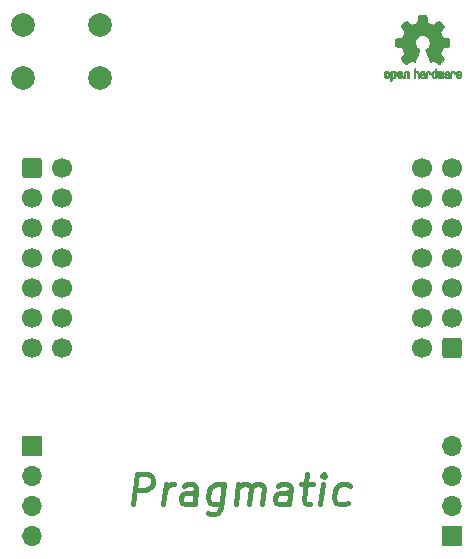
<source format=gts>
%TF.GenerationSoftware,KiCad,Pcbnew,(6.0.6-1)-1*%
%TF.CreationDate,2022-07-19T11:26:52+08:00*%
%TF.ProjectId,Control,436f6e74-726f-46c2-9e6b-696361645f70,V3.2.2*%
%TF.SameCoordinates,PX7df6180PY32de760*%
%TF.FileFunction,Soldermask,Top*%
%TF.FilePolarity,Negative*%
%FSLAX46Y46*%
G04 Gerber Fmt 4.6, Leading zero omitted, Abs format (unit mm)*
G04 Created by KiCad (PCBNEW (6.0.6-1)-1) date 2022-07-19 11:26:52*
%MOMM*%
%LPD*%
G01*
G04 APERTURE LIST*
G04 Aperture macros list*
%AMRoundRect*
0 Rectangle with rounded corners*
0 $1 Rounding radius*
0 $2 $3 $4 $5 $6 $7 $8 $9 X,Y pos of 4 corners*
0 Add a 4 corners polygon primitive as box body*
4,1,4,$2,$3,$4,$5,$6,$7,$8,$9,$2,$3,0*
0 Add four circle primitives for the rounded corners*
1,1,$1+$1,$2,$3*
1,1,$1+$1,$4,$5*
1,1,$1+$1,$6,$7*
1,1,$1+$1,$8,$9*
0 Add four rect primitives between the rounded corners*
20,1,$1+$1,$2,$3,$4,$5,0*
20,1,$1+$1,$4,$5,$6,$7,0*
20,1,$1+$1,$6,$7,$8,$9,0*
20,1,$1+$1,$8,$9,$2,$3,0*%
G04 Aperture macros list end*
%ADD10C,0.381000*%
%ADD11C,0.010000*%
%ADD12RoundRect,0.250000X-0.600000X-0.600000X0.600000X-0.600000X0.600000X0.600000X-0.600000X0.600000X0*%
%ADD13C,1.700000*%
%ADD14RoundRect,0.250000X0.600000X0.600000X-0.600000X0.600000X-0.600000X-0.600000X0.600000X-0.600000X0*%
%ADD15C,2.000000*%
%ADD16R,1.700000X1.700000*%
%ADD17O,1.700000X1.700000*%
G04 APERTURE END LIST*
D10*
X-1631421Y-37344047D02*
X-1313921Y-34804047D01*
X-346302Y-34804047D01*
X-119517Y-34925000D01*
X-13683Y-35045952D01*
X77031Y-35287857D01*
X31674Y-35650714D01*
X-119517Y-35892619D01*
X-255588Y-36013571D01*
X-512612Y-36134523D01*
X-1480231Y-36134523D01*
X908579Y-37344047D02*
X1120245Y-35650714D01*
X1059769Y-36134523D02*
X1210960Y-35892619D01*
X1347031Y-35771666D01*
X1604055Y-35650714D01*
X1845960Y-35650714D01*
X3569531Y-37344047D02*
X3735841Y-36013571D01*
X3645126Y-35771666D01*
X3418341Y-35650714D01*
X2934531Y-35650714D01*
X2677507Y-35771666D01*
X3584650Y-37223095D02*
X3327626Y-37344047D01*
X2722864Y-37344047D01*
X2496079Y-37223095D01*
X2405364Y-36981190D01*
X2435602Y-36739285D01*
X2586793Y-36497380D01*
X2843817Y-36376428D01*
X3448579Y-36376428D01*
X3705602Y-36255476D01*
X6079293Y-35650714D02*
X5822269Y-37706904D01*
X5671079Y-37948809D01*
X5535007Y-38069761D01*
X5277983Y-38190714D01*
X4915126Y-38190714D01*
X4688341Y-38069761D01*
X5882745Y-37223095D02*
X5625722Y-37344047D01*
X5141912Y-37344047D01*
X4915126Y-37223095D01*
X4809293Y-37102142D01*
X4718579Y-36860238D01*
X4809293Y-36134523D01*
X4960483Y-35892619D01*
X5096555Y-35771666D01*
X5353579Y-35650714D01*
X5837388Y-35650714D01*
X6064174Y-35771666D01*
X7077150Y-37344047D02*
X7288817Y-35650714D01*
X7258579Y-35892619D02*
X7394650Y-35771666D01*
X7651674Y-35650714D01*
X8014531Y-35650714D01*
X8241317Y-35771666D01*
X8332031Y-36013571D01*
X8165722Y-37344047D01*
X8332031Y-36013571D02*
X8483222Y-35771666D01*
X8740245Y-35650714D01*
X9103102Y-35650714D01*
X9329888Y-35771666D01*
X9420602Y-36013571D01*
X9254293Y-37344047D01*
X11552388Y-37344047D02*
X11718698Y-36013571D01*
X11627983Y-35771666D01*
X11401198Y-35650714D01*
X10917388Y-35650714D01*
X10660364Y-35771666D01*
X11567507Y-37223095D02*
X11310483Y-37344047D01*
X10705722Y-37344047D01*
X10478936Y-37223095D01*
X10388222Y-36981190D01*
X10418460Y-36739285D01*
X10569650Y-36497380D01*
X10826674Y-36376428D01*
X11431436Y-36376428D01*
X11688460Y-36255476D01*
X12610722Y-35650714D02*
X13578341Y-35650714D01*
X13079412Y-34804047D02*
X12807269Y-36981190D01*
X12897983Y-37223095D01*
X13124769Y-37344047D01*
X13366674Y-37344047D01*
X14213341Y-37344047D02*
X14425007Y-35650714D01*
X14530841Y-34804047D02*
X14394769Y-34925000D01*
X14500602Y-35045952D01*
X14636674Y-34925000D01*
X14530841Y-34804047D01*
X14500602Y-35045952D01*
X16526555Y-37223095D02*
X16269531Y-37344047D01*
X15785722Y-37344047D01*
X15558936Y-37223095D01*
X15453102Y-37102142D01*
X15362388Y-36860238D01*
X15453102Y-36134523D01*
X15604293Y-35892619D01*
X15740364Y-35771666D01*
X15997388Y-35650714D01*
X16481198Y-35650714D01*
X16707983Y-35771666D01*
%TO.C,Logo1*%
G36*
X24639833Y-688663D02*
G01*
X24642048Y-726850D01*
X24643784Y-784886D01*
X24644899Y-858180D01*
X24645257Y-935055D01*
X24645257Y-1195196D01*
X24599326Y-1241127D01*
X24567675Y-1269429D01*
X24539890Y-1280893D01*
X24501915Y-1280168D01*
X24486840Y-1278321D01*
X24439726Y-1272948D01*
X24400756Y-1269869D01*
X24391257Y-1269585D01*
X24359233Y-1271445D01*
X24313432Y-1276114D01*
X24295674Y-1278321D01*
X24252057Y-1281735D01*
X24222745Y-1274320D01*
X24193680Y-1251427D01*
X24183188Y-1241127D01*
X24137257Y-1195196D01*
X24137257Y-708602D01*
X24174226Y-691758D01*
X24206059Y-679282D01*
X24224683Y-674914D01*
X24229458Y-688718D01*
X24233921Y-727286D01*
X24237775Y-786356D01*
X24240722Y-861663D01*
X24242143Y-925286D01*
X24246114Y-1175657D01*
X24280759Y-1180556D01*
X24312268Y-1177131D01*
X24327708Y-1166041D01*
X24332023Y-1145308D01*
X24335708Y-1101145D01*
X24338469Y-1039146D01*
X24340012Y-964909D01*
X24340235Y-926706D01*
X24340457Y-706783D01*
X24386166Y-690849D01*
X24418518Y-680015D01*
X24436115Y-674962D01*
X24436623Y-674914D01*
X24438388Y-688648D01*
X24440329Y-726730D01*
X24442282Y-784482D01*
X24444084Y-857227D01*
X24445343Y-925286D01*
X24449314Y-1175657D01*
X24536400Y-1175657D01*
X24540396Y-947240D01*
X24544392Y-718822D01*
X24586847Y-696868D01*
X24618192Y-681793D01*
X24636744Y-674951D01*
X24637279Y-674914D01*
X24639833Y-688663D01*
G37*
D11*
X24639833Y-688663D02*
X24642048Y-726850D01*
X24643784Y-784886D01*
X24644899Y-858180D01*
X24645257Y-935055D01*
X24645257Y-1195196D01*
X24599326Y-1241127D01*
X24567675Y-1269429D01*
X24539890Y-1280893D01*
X24501915Y-1280168D01*
X24486840Y-1278321D01*
X24439726Y-1272948D01*
X24400756Y-1269869D01*
X24391257Y-1269585D01*
X24359233Y-1271445D01*
X24313432Y-1276114D01*
X24295674Y-1278321D01*
X24252057Y-1281735D01*
X24222745Y-1274320D01*
X24193680Y-1251427D01*
X24183188Y-1241127D01*
X24137257Y-1195196D01*
X24137257Y-708602D01*
X24174226Y-691758D01*
X24206059Y-679282D01*
X24224683Y-674914D01*
X24229458Y-688718D01*
X24233921Y-727286D01*
X24237775Y-786356D01*
X24240722Y-861663D01*
X24242143Y-925286D01*
X24246114Y-1175657D01*
X24280759Y-1180556D01*
X24312268Y-1177131D01*
X24327708Y-1166041D01*
X24332023Y-1145308D01*
X24335708Y-1101145D01*
X24338469Y-1039146D01*
X24340012Y-964909D01*
X24340235Y-926706D01*
X24340457Y-706783D01*
X24386166Y-690849D01*
X24418518Y-680015D01*
X24436115Y-674962D01*
X24436623Y-674914D01*
X24438388Y-688648D01*
X24440329Y-726730D01*
X24442282Y-784482D01*
X24444084Y-857227D01*
X24445343Y-925286D01*
X24449314Y-1175657D01*
X24536400Y-1175657D01*
X24540396Y-947240D01*
X24544392Y-718822D01*
X24586847Y-696868D01*
X24618192Y-681793D01*
X24636744Y-674951D01*
X24637279Y-674914D01*
X24639833Y-688663D01*
G36*
X22963910Y4027652D02*
G01*
X23042454Y4027222D01*
X23099298Y4026058D01*
X23138105Y4023793D01*
X23162538Y4020060D01*
X23176262Y4014494D01*
X23182940Y4006727D01*
X23186236Y3996395D01*
X23186556Y3995057D01*
X23191562Y3970921D01*
X23200829Y3923299D01*
X23213392Y3857259D01*
X23228287Y3777872D01*
X23244551Y3690204D01*
X23245119Y3687125D01*
X23261410Y3601211D01*
X23276652Y3525304D01*
X23289861Y3463955D01*
X23300054Y3421718D01*
X23306248Y3403145D01*
X23306543Y3402816D01*
X23324788Y3393747D01*
X23362405Y3378633D01*
X23411271Y3360738D01*
X23411543Y3360642D01*
X23473093Y3337507D01*
X23545657Y3308035D01*
X23614057Y3278403D01*
X23617294Y3276938D01*
X23728702Y3226374D01*
X23975399Y3394840D01*
X24051077Y3446197D01*
X24119631Y3492111D01*
X24177088Y3529970D01*
X24219476Y3557163D01*
X24242825Y3571079D01*
X24245042Y3572111D01*
X24262010Y3567516D01*
X24293701Y3545345D01*
X24341352Y3504553D01*
X24406198Y3444095D01*
X24472397Y3379773D01*
X24536214Y3316388D01*
X24593329Y3258549D01*
X24640305Y3209825D01*
X24673703Y3173790D01*
X24690085Y3154016D01*
X24690694Y3152998D01*
X24692505Y3139428D01*
X24685683Y3117267D01*
X24668540Y3083522D01*
X24639393Y3035200D01*
X24596555Y2969308D01*
X24539448Y2884483D01*
X24488766Y2809823D01*
X24443461Y2742860D01*
X24406150Y2687484D01*
X24379452Y2647580D01*
X24365985Y2627038D01*
X24365137Y2625644D01*
X24366781Y2605962D01*
X24379245Y2567707D01*
X24400048Y2518111D01*
X24407462Y2502272D01*
X24439814Y2431710D01*
X24474328Y2351647D01*
X24502365Y2282371D01*
X24522568Y2230955D01*
X24538615Y2191881D01*
X24547888Y2171459D01*
X24549041Y2169886D01*
X24566096Y2167279D01*
X24606298Y2160137D01*
X24664302Y2149477D01*
X24734763Y2136315D01*
X24812335Y2121667D01*
X24891672Y2106551D01*
X24967431Y2091982D01*
X25034264Y2078978D01*
X25086828Y2068555D01*
X25119776Y2061730D01*
X25127857Y2059801D01*
X25136205Y2055038D01*
X25142506Y2044282D01*
X25147045Y2023902D01*
X25150104Y1990266D01*
X25151967Y1939745D01*
X25152918Y1868708D01*
X25153240Y1773524D01*
X25153257Y1734508D01*
X25153257Y1417201D01*
X25077057Y1402161D01*
X25034663Y1394005D01*
X24971400Y1382101D01*
X24894962Y1367884D01*
X24813043Y1352790D01*
X24790400Y1348645D01*
X24714806Y1333947D01*
X24648953Y1319495D01*
X24598366Y1306625D01*
X24568574Y1296678D01*
X24563612Y1293713D01*
X24551426Y1272717D01*
X24533953Y1232033D01*
X24514577Y1179678D01*
X24510734Y1168400D01*
X24485339Y1098477D01*
X24453817Y1019582D01*
X24422969Y948734D01*
X24422817Y948405D01*
X24371447Y837267D01*
X24540399Y588747D01*
X24709352Y340228D01*
X24492429Y122942D01*
X24426819Y58274D01*
X24366979Y1267D01*
X24316267Y-45033D01*
X24278046Y-77584D01*
X24255675Y-93343D01*
X24252466Y-94343D01*
X24233626Y-86469D01*
X24195180Y-64578D01*
X24141330Y-31267D01*
X24076276Y10869D01*
X24005940Y58057D01*
X23934555Y106190D01*
X23870908Y148072D01*
X23819041Y181129D01*
X23782995Y202782D01*
X23766867Y210457D01*
X23747189Y203963D01*
X23709875Y186850D01*
X23662621Y162674D01*
X23657612Y159987D01*
X23593977Y128073D01*
X23550341Y112421D01*
X23523202Y112255D01*
X23509057Y126796D01*
X23508975Y127000D01*
X23501905Y144221D01*
X23485042Y185101D01*
X23459695Y246475D01*
X23427171Y325181D01*
X23388778Y418053D01*
X23345822Y521928D01*
X23304222Y622498D01*
X23258504Y733484D01*
X23216526Y836297D01*
X23179548Y927785D01*
X23148827Y1004799D01*
X23125622Y1064185D01*
X23111190Y1102791D01*
X23106743Y1117200D01*
X23117896Y1133728D01*
X23147069Y1160070D01*
X23185971Y1189113D01*
X23296757Y1280961D01*
X23383351Y1386241D01*
X23444716Y1502734D01*
X23479815Y1628224D01*
X23487608Y1760493D01*
X23481943Y1821543D01*
X23451078Y1948205D01*
X23397920Y2060059D01*
X23325767Y2155999D01*
X23237917Y2234924D01*
X23137665Y2295730D01*
X23028310Y2337313D01*
X22913147Y2358572D01*
X22795475Y2358401D01*
X22678590Y2335699D01*
X22565789Y2289362D01*
X22460369Y2218287D01*
X22416368Y2178089D01*
X22331979Y2074871D01*
X22273222Y1962075D01*
X22239704Y1842990D01*
X22231035Y1720905D01*
X22246823Y1599107D01*
X22286678Y1480884D01*
X22350207Y1369525D01*
X22437021Y1268316D01*
X22534029Y1189113D01*
X22574437Y1158838D01*
X22602982Y1132781D01*
X22613257Y1117175D01*
X22607877Y1100157D01*
X22592575Y1059500D01*
X22568612Y998358D01*
X22537244Y919881D01*
X22499732Y827220D01*
X22457333Y723528D01*
X22415663Y622474D01*
X22369690Y511393D01*
X22327107Y408459D01*
X22289221Y316835D01*
X22257340Y239684D01*
X22232771Y180169D01*
X22216820Y141456D01*
X22210910Y127000D01*
X22196948Y112315D01*
X22169940Y112358D01*
X22126413Y127901D01*
X22062890Y159716D01*
X22062388Y159987D01*
X22014560Y184677D01*
X21975897Y202662D01*
X21954095Y210386D01*
X21953133Y210457D01*
X21936721Y202622D01*
X21900487Y180835D01*
X21848474Y147672D01*
X21784725Y105709D01*
X21714060Y58057D01*
X21642116Y9809D01*
X21577274Y-32151D01*
X21523735Y-65227D01*
X21485697Y-86821D01*
X21467533Y-94343D01*
X21450808Y-84457D01*
X21417180Y-56826D01*
X21370010Y-14495D01*
X21312658Y39495D01*
X21248484Y102101D01*
X21227497Y123017D01*
X21010499Y340377D01*
X21175668Y582780D01*
X21225864Y657219D01*
X21269919Y724028D01*
X21305362Y779335D01*
X21329719Y819271D01*
X21340522Y839964D01*
X21340838Y841437D01*
X21335143Y860942D01*
X21319826Y900178D01*
X21297537Y952570D01*
X21281893Y987645D01*
X21252641Y1054799D01*
X21225094Y1122642D01*
X21203737Y1179966D01*
X21197935Y1197428D01*
X21181452Y1244062D01*
X21165340Y1280095D01*
X21156490Y1293713D01*
X21136960Y1302048D01*
X21094334Y1313863D01*
X21034145Y1327819D01*
X20961922Y1342578D01*
X20929600Y1348645D01*
X20847522Y1363727D01*
X20768795Y1378331D01*
X20701109Y1391020D01*
X20652160Y1400358D01*
X20642943Y1402161D01*
X20566743Y1417201D01*
X20566743Y1734508D01*
X20566914Y1838846D01*
X20567616Y1917787D01*
X20569134Y1974962D01*
X20571749Y2014001D01*
X20575746Y2038535D01*
X20581409Y2052195D01*
X20589020Y2058611D01*
X20592143Y2059801D01*
X20610978Y2064020D01*
X20652588Y2072438D01*
X20711630Y2084039D01*
X20782757Y2097805D01*
X20860625Y2112720D01*
X20939887Y2127768D01*
X21015198Y2141931D01*
X21081213Y2154194D01*
X21132587Y2163539D01*
X21163975Y2168950D01*
X21170959Y2169886D01*
X21177285Y2182404D01*
X21191290Y2215754D01*
X21210355Y2263623D01*
X21217634Y2282371D01*
X21246996Y2354805D01*
X21281571Y2434830D01*
X21312537Y2502272D01*
X21335323Y2553841D01*
X21350482Y2596215D01*
X21355542Y2622166D01*
X21354736Y2625644D01*
X21344041Y2642064D01*
X21319620Y2678583D01*
X21284095Y2731313D01*
X21240087Y2796365D01*
X21190217Y2869849D01*
X21180356Y2884355D01*
X21122492Y2970296D01*
X21079956Y3035739D01*
X21051054Y3083696D01*
X21034090Y3117180D01*
X21027367Y3139205D01*
X21029190Y3152783D01*
X21029236Y3152869D01*
X21043586Y3170703D01*
X21075323Y3205183D01*
X21121010Y3252732D01*
X21177204Y3309778D01*
X21240468Y3372745D01*
X21247602Y3379773D01*
X21327330Y3456980D01*
X21388857Y3513670D01*
X21433421Y3550890D01*
X21462257Y3569685D01*
X21474958Y3572111D01*
X21493494Y3561529D01*
X21531961Y3537084D01*
X21586386Y3501388D01*
X21652798Y3457053D01*
X21727225Y3406689D01*
X21744601Y3394840D01*
X21991297Y3226374D01*
X22102706Y3276938D01*
X22170457Y3306405D01*
X22243183Y3336041D01*
X22305703Y3359670D01*
X22308457Y3360642D01*
X22357360Y3378543D01*
X22395057Y3393680D01*
X22413425Y3402790D01*
X22413456Y3402816D01*
X22419285Y3419283D01*
X22429192Y3459781D01*
X22442195Y3519758D01*
X22457309Y3594660D01*
X22473552Y3679936D01*
X22474881Y3687125D01*
X22491175Y3774986D01*
X22506133Y3854740D01*
X22518791Y3921319D01*
X22528186Y3969653D01*
X22533354Y3994675D01*
X22533444Y3995057D01*
X22536589Y4005701D01*
X22542704Y4013738D01*
X22555453Y4019533D01*
X22578500Y4023453D01*
X22615509Y4025865D01*
X22670144Y4027135D01*
X22746067Y4027629D01*
X22846944Y4027714D01*
X22860000Y4027714D01*
X22963910Y4027652D01*
G37*
X22963910Y4027652D02*
X23042454Y4027222D01*
X23099298Y4026058D01*
X23138105Y4023793D01*
X23162538Y4020060D01*
X23176262Y4014494D01*
X23182940Y4006727D01*
X23186236Y3996395D01*
X23186556Y3995057D01*
X23191562Y3970921D01*
X23200829Y3923299D01*
X23213392Y3857259D01*
X23228287Y3777872D01*
X23244551Y3690204D01*
X23245119Y3687125D01*
X23261410Y3601211D01*
X23276652Y3525304D01*
X23289861Y3463955D01*
X23300054Y3421718D01*
X23306248Y3403145D01*
X23306543Y3402816D01*
X23324788Y3393747D01*
X23362405Y3378633D01*
X23411271Y3360738D01*
X23411543Y3360642D01*
X23473093Y3337507D01*
X23545657Y3308035D01*
X23614057Y3278403D01*
X23617294Y3276938D01*
X23728702Y3226374D01*
X23975399Y3394840D01*
X24051077Y3446197D01*
X24119631Y3492111D01*
X24177088Y3529970D01*
X24219476Y3557163D01*
X24242825Y3571079D01*
X24245042Y3572111D01*
X24262010Y3567516D01*
X24293701Y3545345D01*
X24341352Y3504553D01*
X24406198Y3444095D01*
X24472397Y3379773D01*
X24536214Y3316388D01*
X24593329Y3258549D01*
X24640305Y3209825D01*
X24673703Y3173790D01*
X24690085Y3154016D01*
X24690694Y3152998D01*
X24692505Y3139428D01*
X24685683Y3117267D01*
X24668540Y3083522D01*
X24639393Y3035200D01*
X24596555Y2969308D01*
X24539448Y2884483D01*
X24488766Y2809823D01*
X24443461Y2742860D01*
X24406150Y2687484D01*
X24379452Y2647580D01*
X24365985Y2627038D01*
X24365137Y2625644D01*
X24366781Y2605962D01*
X24379245Y2567707D01*
X24400048Y2518111D01*
X24407462Y2502272D01*
X24439814Y2431710D01*
X24474328Y2351647D01*
X24502365Y2282371D01*
X24522568Y2230955D01*
X24538615Y2191881D01*
X24547888Y2171459D01*
X24549041Y2169886D01*
X24566096Y2167279D01*
X24606298Y2160137D01*
X24664302Y2149477D01*
X24734763Y2136315D01*
X24812335Y2121667D01*
X24891672Y2106551D01*
X24967431Y2091982D01*
X25034264Y2078978D01*
X25086828Y2068555D01*
X25119776Y2061730D01*
X25127857Y2059801D01*
X25136205Y2055038D01*
X25142506Y2044282D01*
X25147045Y2023902D01*
X25150104Y1990266D01*
X25151967Y1939745D01*
X25152918Y1868708D01*
X25153240Y1773524D01*
X25153257Y1734508D01*
X25153257Y1417201D01*
X25077057Y1402161D01*
X25034663Y1394005D01*
X24971400Y1382101D01*
X24894962Y1367884D01*
X24813043Y1352790D01*
X24790400Y1348645D01*
X24714806Y1333947D01*
X24648953Y1319495D01*
X24598366Y1306625D01*
X24568574Y1296678D01*
X24563612Y1293713D01*
X24551426Y1272717D01*
X24533953Y1232033D01*
X24514577Y1179678D01*
X24510734Y1168400D01*
X24485339Y1098477D01*
X24453817Y1019582D01*
X24422969Y948734D01*
X24422817Y948405D01*
X24371447Y837267D01*
X24540399Y588747D01*
X24709352Y340228D01*
X24492429Y122942D01*
X24426819Y58274D01*
X24366979Y1267D01*
X24316267Y-45033D01*
X24278046Y-77584D01*
X24255675Y-93343D01*
X24252466Y-94343D01*
X24233626Y-86469D01*
X24195180Y-64578D01*
X24141330Y-31267D01*
X24076276Y10869D01*
X24005940Y58057D01*
X23934555Y106190D01*
X23870908Y148072D01*
X23819041Y181129D01*
X23782995Y202782D01*
X23766867Y210457D01*
X23747189Y203963D01*
X23709875Y186850D01*
X23662621Y162674D01*
X23657612Y159987D01*
X23593977Y128073D01*
X23550341Y112421D01*
X23523202Y112255D01*
X23509057Y126796D01*
X23508975Y127000D01*
X23501905Y144221D01*
X23485042Y185101D01*
X23459695Y246475D01*
X23427171Y325181D01*
X23388778Y418053D01*
X23345822Y521928D01*
X23304222Y622498D01*
X23258504Y733484D01*
X23216526Y836297D01*
X23179548Y927785D01*
X23148827Y1004799D01*
X23125622Y1064185D01*
X23111190Y1102791D01*
X23106743Y1117200D01*
X23117896Y1133728D01*
X23147069Y1160070D01*
X23185971Y1189113D01*
X23296757Y1280961D01*
X23383351Y1386241D01*
X23444716Y1502734D01*
X23479815Y1628224D01*
X23487608Y1760493D01*
X23481943Y1821543D01*
X23451078Y1948205D01*
X23397920Y2060059D01*
X23325767Y2155999D01*
X23237917Y2234924D01*
X23137665Y2295730D01*
X23028310Y2337313D01*
X22913147Y2358572D01*
X22795475Y2358401D01*
X22678590Y2335699D01*
X22565789Y2289362D01*
X22460369Y2218287D01*
X22416368Y2178089D01*
X22331979Y2074871D01*
X22273222Y1962075D01*
X22239704Y1842990D01*
X22231035Y1720905D01*
X22246823Y1599107D01*
X22286678Y1480884D01*
X22350207Y1369525D01*
X22437021Y1268316D01*
X22534029Y1189113D01*
X22574437Y1158838D01*
X22602982Y1132781D01*
X22613257Y1117175D01*
X22607877Y1100157D01*
X22592575Y1059500D01*
X22568612Y998358D01*
X22537244Y919881D01*
X22499732Y827220D01*
X22457333Y723528D01*
X22415663Y622474D01*
X22369690Y511393D01*
X22327107Y408459D01*
X22289221Y316835D01*
X22257340Y239684D01*
X22232771Y180169D01*
X22216820Y141456D01*
X22210910Y127000D01*
X22196948Y112315D01*
X22169940Y112358D01*
X22126413Y127901D01*
X22062890Y159716D01*
X22062388Y159987D01*
X22014560Y184677D01*
X21975897Y202662D01*
X21954095Y210386D01*
X21953133Y210457D01*
X21936721Y202622D01*
X21900487Y180835D01*
X21848474Y147672D01*
X21784725Y105709D01*
X21714060Y58057D01*
X21642116Y9809D01*
X21577274Y-32151D01*
X21523735Y-65227D01*
X21485697Y-86821D01*
X21467533Y-94343D01*
X21450808Y-84457D01*
X21417180Y-56826D01*
X21370010Y-14495D01*
X21312658Y39495D01*
X21248484Y102101D01*
X21227497Y123017D01*
X21010499Y340377D01*
X21175668Y582780D01*
X21225864Y657219D01*
X21269919Y724028D01*
X21305362Y779335D01*
X21329719Y819271D01*
X21340522Y839964D01*
X21340838Y841437D01*
X21335143Y860942D01*
X21319826Y900178D01*
X21297537Y952570D01*
X21281893Y987645D01*
X21252641Y1054799D01*
X21225094Y1122642D01*
X21203737Y1179966D01*
X21197935Y1197428D01*
X21181452Y1244062D01*
X21165340Y1280095D01*
X21156490Y1293713D01*
X21136960Y1302048D01*
X21094334Y1313863D01*
X21034145Y1327819D01*
X20961922Y1342578D01*
X20929600Y1348645D01*
X20847522Y1363727D01*
X20768795Y1378331D01*
X20701109Y1391020D01*
X20652160Y1400358D01*
X20642943Y1402161D01*
X20566743Y1417201D01*
X20566743Y1734508D01*
X20566914Y1838846D01*
X20567616Y1917787D01*
X20569134Y1974962D01*
X20571749Y2014001D01*
X20575746Y2038535D01*
X20581409Y2052195D01*
X20589020Y2058611D01*
X20592143Y2059801D01*
X20610978Y2064020D01*
X20652588Y2072438D01*
X20711630Y2084039D01*
X20782757Y2097805D01*
X20860625Y2112720D01*
X20939887Y2127768D01*
X21015198Y2141931D01*
X21081213Y2154194D01*
X21132587Y2163539D01*
X21163975Y2168950D01*
X21170959Y2169886D01*
X21177285Y2182404D01*
X21191290Y2215754D01*
X21210355Y2263623D01*
X21217634Y2282371D01*
X21246996Y2354805D01*
X21281571Y2434830D01*
X21312537Y2502272D01*
X21335323Y2553841D01*
X21350482Y2596215D01*
X21355542Y2622166D01*
X21354736Y2625644D01*
X21344041Y2642064D01*
X21319620Y2678583D01*
X21284095Y2731313D01*
X21240087Y2796365D01*
X21190217Y2869849D01*
X21180356Y2884355D01*
X21122492Y2970296D01*
X21079956Y3035739D01*
X21051054Y3083696D01*
X21034090Y3117180D01*
X21027367Y3139205D01*
X21029190Y3152783D01*
X21029236Y3152869D01*
X21043586Y3170703D01*
X21075323Y3205183D01*
X21121010Y3252732D01*
X21177204Y3309778D01*
X21240468Y3372745D01*
X21247602Y3379773D01*
X21327330Y3456980D01*
X21388857Y3513670D01*
X21433421Y3550890D01*
X21462257Y3569685D01*
X21474958Y3572111D01*
X21493494Y3561529D01*
X21531961Y3537084D01*
X21586386Y3501388D01*
X21652798Y3457053D01*
X21727225Y3406689D01*
X21744601Y3394840D01*
X21991297Y3226374D01*
X22102706Y3276938D01*
X22170457Y3306405D01*
X22243183Y3336041D01*
X22305703Y3359670D01*
X22308457Y3360642D01*
X22357360Y3378543D01*
X22395057Y3393680D01*
X22413425Y3402790D01*
X22413456Y3402816D01*
X22419285Y3419283D01*
X22429192Y3459781D01*
X22442195Y3519758D01*
X22457309Y3594660D01*
X22473552Y3679936D01*
X22474881Y3687125D01*
X22491175Y3774986D01*
X22506133Y3854740D01*
X22518791Y3921319D01*
X22528186Y3969653D01*
X22533354Y3994675D01*
X22533444Y3995057D01*
X22536589Y4005701D01*
X22542704Y4013738D01*
X22555453Y4019533D01*
X22578500Y4023453D01*
X22615509Y4025865D01*
X22670144Y4027135D01*
X22746067Y4027629D01*
X22846944Y4027714D01*
X22860000Y4027714D01*
X22963910Y4027652D01*
G36*
X25728196Y-825384D02*
G01*
X25741884Y-776695D01*
X25764096Y-740849D01*
X25796574Y-712513D01*
X25810733Y-703355D01*
X25875053Y-679507D01*
X25945473Y-678006D01*
X26013595Y-696966D01*
X26071021Y-734497D01*
X26098719Y-768096D01*
X26120662Y-829064D01*
X26122405Y-877308D01*
X26118457Y-941816D01*
X25969686Y-1006934D01*
X25897349Y-1040202D01*
X25850084Y-1066964D01*
X25825507Y-1090144D01*
X25821237Y-1112667D01*
X25834889Y-1137455D01*
X25849943Y-1153886D01*
X25893746Y-1180235D01*
X25941389Y-1182081D01*
X25985145Y-1161546D01*
X26017289Y-1120752D01*
X26023038Y-1106347D01*
X26050576Y-1061356D01*
X26082258Y-1042182D01*
X26125714Y-1025779D01*
X26125714Y-1087966D01*
X26121872Y-1130283D01*
X26106823Y-1165969D01*
X26075280Y-1206943D01*
X26070592Y-1212267D01*
X26035506Y-1248720D01*
X26005347Y-1268283D01*
X25967615Y-1277283D01*
X25936335Y-1280230D01*
X25880385Y-1280965D01*
X25840555Y-1271660D01*
X25815708Y-1257846D01*
X25776656Y-1227467D01*
X25749625Y-1194613D01*
X25732517Y-1153294D01*
X25723238Y-1097521D01*
X25719693Y-1021305D01*
X25719410Y-982622D01*
X25720372Y-936247D01*
X25808007Y-936247D01*
X25809023Y-961126D01*
X25811556Y-965200D01*
X25828274Y-959665D01*
X25864249Y-945017D01*
X25912331Y-924190D01*
X25922386Y-919714D01*
X25983152Y-888814D01*
X26016632Y-861657D01*
X26023990Y-836220D01*
X26006391Y-810481D01*
X25991856Y-799109D01*
X25939410Y-776364D01*
X25890322Y-780122D01*
X25849227Y-807884D01*
X25820758Y-857152D01*
X25811631Y-896257D01*
X25808007Y-936247D01*
X25720372Y-936247D01*
X25721285Y-892249D01*
X25728196Y-825384D01*
G37*
X25728196Y-825384D02*
X25741884Y-776695D01*
X25764096Y-740849D01*
X25796574Y-712513D01*
X25810733Y-703355D01*
X25875053Y-679507D01*
X25945473Y-678006D01*
X26013595Y-696966D01*
X26071021Y-734497D01*
X26098719Y-768096D01*
X26120662Y-829064D01*
X26122405Y-877308D01*
X26118457Y-941816D01*
X25969686Y-1006934D01*
X25897349Y-1040202D01*
X25850084Y-1066964D01*
X25825507Y-1090144D01*
X25821237Y-1112667D01*
X25834889Y-1137455D01*
X25849943Y-1153886D01*
X25893746Y-1180235D01*
X25941389Y-1182081D01*
X25985145Y-1161546D01*
X26017289Y-1120752D01*
X26023038Y-1106347D01*
X26050576Y-1061356D01*
X26082258Y-1042182D01*
X26125714Y-1025779D01*
X26125714Y-1087966D01*
X26121872Y-1130283D01*
X26106823Y-1165969D01*
X26075280Y-1206943D01*
X26070592Y-1212267D01*
X26035506Y-1248720D01*
X26005347Y-1268283D01*
X25967615Y-1277283D01*
X25936335Y-1280230D01*
X25880385Y-1280965D01*
X25840555Y-1271660D01*
X25815708Y-1257846D01*
X25776656Y-1227467D01*
X25749625Y-1194613D01*
X25732517Y-1153294D01*
X25723238Y-1097521D01*
X25719693Y-1021305D01*
X25719410Y-982622D01*
X25720372Y-936247D01*
X25808007Y-936247D01*
X25809023Y-961126D01*
X25811556Y-965200D01*
X25828274Y-959665D01*
X25864249Y-945017D01*
X25912331Y-924190D01*
X25922386Y-919714D01*
X25983152Y-888814D01*
X26016632Y-861657D01*
X26023990Y-836220D01*
X26006391Y-810481D01*
X25991856Y-799109D01*
X25939410Y-776364D01*
X25890322Y-780122D01*
X25849227Y-807884D01*
X25820758Y-857152D01*
X25811631Y-896257D01*
X25808007Y-936247D01*
X25720372Y-936247D01*
X25721285Y-892249D01*
X25728196Y-825384D01*
G36*
X25004876Y-686335D02*
G01*
X25046667Y-705344D01*
X25079469Y-728378D01*
X25103503Y-754133D01*
X25120097Y-787358D01*
X25130577Y-832800D01*
X25136271Y-895207D01*
X25138507Y-979327D01*
X25138743Y-1034721D01*
X25138743Y-1250826D01*
X25101774Y-1267670D01*
X25072656Y-1279981D01*
X25058231Y-1284514D01*
X25055472Y-1271025D01*
X25053282Y-1234653D01*
X25051942Y-1181542D01*
X25051657Y-1139372D01*
X25050434Y-1078447D01*
X25047136Y-1030115D01*
X25042321Y-1000518D01*
X25038496Y-994229D01*
X25012783Y-1000652D01*
X24972418Y-1017125D01*
X24925679Y-1039458D01*
X24880845Y-1063457D01*
X24846193Y-1084930D01*
X24830002Y-1099685D01*
X24829938Y-1099845D01*
X24831330Y-1127152D01*
X24843818Y-1153219D01*
X24865743Y-1174392D01*
X24897743Y-1181474D01*
X24925092Y-1180649D01*
X24963826Y-1180042D01*
X24984158Y-1189116D01*
X24996369Y-1213092D01*
X24997909Y-1217613D01*
X25003203Y-1251806D01*
X24989047Y-1272568D01*
X24952148Y-1282462D01*
X24912289Y-1284292D01*
X24840562Y-1270727D01*
X24803432Y-1251355D01*
X24757576Y-1205845D01*
X24733256Y-1149983D01*
X24731073Y-1090957D01*
X24751629Y-1035953D01*
X24782549Y-1001486D01*
X24813420Y-982189D01*
X24861942Y-957759D01*
X24918485Y-932985D01*
X24927910Y-929199D01*
X24990019Y-901791D01*
X25025822Y-877634D01*
X25037337Y-853619D01*
X25026580Y-826635D01*
X25008114Y-805543D01*
X24964469Y-779572D01*
X24916446Y-777624D01*
X24872406Y-797637D01*
X24840709Y-837551D01*
X24836549Y-847848D01*
X24812327Y-885724D01*
X24776965Y-913842D01*
X24732343Y-936917D01*
X24732343Y-871485D01*
X24734969Y-831506D01*
X24746230Y-799997D01*
X24771199Y-766378D01*
X24795169Y-740484D01*
X24832441Y-703817D01*
X24861401Y-684121D01*
X24892505Y-676220D01*
X24927713Y-674914D01*
X25004876Y-686335D01*
G37*
X25004876Y-686335D02*
X25046667Y-705344D01*
X25079469Y-728378D01*
X25103503Y-754133D01*
X25120097Y-787358D01*
X25130577Y-832800D01*
X25136271Y-895207D01*
X25138507Y-979327D01*
X25138743Y-1034721D01*
X25138743Y-1250826D01*
X25101774Y-1267670D01*
X25072656Y-1279981D01*
X25058231Y-1284514D01*
X25055472Y-1271025D01*
X25053282Y-1234653D01*
X25051942Y-1181542D01*
X25051657Y-1139372D01*
X25050434Y-1078447D01*
X25047136Y-1030115D01*
X25042321Y-1000518D01*
X25038496Y-994229D01*
X25012783Y-1000652D01*
X24972418Y-1017125D01*
X24925679Y-1039458D01*
X24880845Y-1063457D01*
X24846193Y-1084930D01*
X24830002Y-1099685D01*
X24829938Y-1099845D01*
X24831330Y-1127152D01*
X24843818Y-1153219D01*
X24865743Y-1174392D01*
X24897743Y-1181474D01*
X24925092Y-1180649D01*
X24963826Y-1180042D01*
X24984158Y-1189116D01*
X24996369Y-1213092D01*
X24997909Y-1217613D01*
X25003203Y-1251806D01*
X24989047Y-1272568D01*
X24952148Y-1282462D01*
X24912289Y-1284292D01*
X24840562Y-1270727D01*
X24803432Y-1251355D01*
X24757576Y-1205845D01*
X24733256Y-1149983D01*
X24731073Y-1090957D01*
X24751629Y-1035953D01*
X24782549Y-1001486D01*
X24813420Y-982189D01*
X24861942Y-957759D01*
X24918485Y-932985D01*
X24927910Y-929199D01*
X24990019Y-901791D01*
X25025822Y-877634D01*
X25037337Y-853619D01*
X25026580Y-826635D01*
X25008114Y-805543D01*
X24964469Y-779572D01*
X24916446Y-777624D01*
X24872406Y-797637D01*
X24840709Y-837551D01*
X24836549Y-847848D01*
X24812327Y-885724D01*
X24776965Y-913842D01*
X24732343Y-936917D01*
X24732343Y-871485D01*
X24734969Y-831506D01*
X24746230Y-799997D01*
X24771199Y-766378D01*
X24795169Y-740484D01*
X24832441Y-703817D01*
X24861401Y-684121D01*
X24892505Y-676220D01*
X24927713Y-674914D01*
X25004876Y-686335D01*
G36*
X25512600Y-688752D02*
G01*
X25529948Y-696334D01*
X25571356Y-729128D01*
X25606765Y-776547D01*
X25628664Y-827151D01*
X25632229Y-852098D01*
X25620279Y-886927D01*
X25594067Y-905357D01*
X25565964Y-916516D01*
X25553095Y-918572D01*
X25546829Y-903649D01*
X25534456Y-871175D01*
X25529028Y-856502D01*
X25498590Y-805744D01*
X25454520Y-780427D01*
X25398010Y-781206D01*
X25393825Y-782203D01*
X25363655Y-796507D01*
X25341476Y-824393D01*
X25326327Y-869287D01*
X25317250Y-934615D01*
X25313286Y-1023804D01*
X25312914Y-1071261D01*
X25312730Y-1146071D01*
X25311522Y-1197069D01*
X25308309Y-1229471D01*
X25302109Y-1248495D01*
X25291940Y-1259356D01*
X25276819Y-1267272D01*
X25275946Y-1267670D01*
X25246828Y-1279981D01*
X25232403Y-1284514D01*
X25230186Y-1270809D01*
X25228289Y-1232925D01*
X25226847Y-1175715D01*
X25225998Y-1104027D01*
X25225829Y-1051565D01*
X25226692Y-950047D01*
X25230070Y-873032D01*
X25237142Y-816023D01*
X25249088Y-774526D01*
X25267090Y-744043D01*
X25292327Y-720080D01*
X25317247Y-703355D01*
X25377171Y-681097D01*
X25446911Y-676076D01*
X25512600Y-688752D01*
G37*
X25512600Y-688752D02*
X25529948Y-696334D01*
X25571356Y-729128D01*
X25606765Y-776547D01*
X25628664Y-827151D01*
X25632229Y-852098D01*
X25620279Y-886927D01*
X25594067Y-905357D01*
X25565964Y-916516D01*
X25553095Y-918572D01*
X25546829Y-903649D01*
X25534456Y-871175D01*
X25529028Y-856502D01*
X25498590Y-805744D01*
X25454520Y-780427D01*
X25398010Y-781206D01*
X25393825Y-782203D01*
X25363655Y-796507D01*
X25341476Y-824393D01*
X25326327Y-869287D01*
X25317250Y-934615D01*
X25313286Y-1023804D01*
X25312914Y-1071261D01*
X25312730Y-1146071D01*
X25311522Y-1197069D01*
X25308309Y-1229471D01*
X25302109Y-1248495D01*
X25291940Y-1259356D01*
X25276819Y-1267272D01*
X25275946Y-1267670D01*
X25246828Y-1279981D01*
X25232403Y-1284514D01*
X25230186Y-1270809D01*
X25228289Y-1232925D01*
X25226847Y-1175715D01*
X25225998Y-1104027D01*
X25225829Y-1051565D01*
X25226692Y-950047D01*
X25230070Y-873032D01*
X25237142Y-816023D01*
X25249088Y-774526D01*
X25267090Y-744043D01*
X25292327Y-720080D01*
X25317247Y-703355D01*
X25377171Y-681097D01*
X25446911Y-676076D01*
X25512600Y-688752D01*
G36*
X23644726Y-820086D02*
G01*
X23667135Y-768600D01*
X23702124Y-728443D01*
X23729375Y-707861D01*
X23778907Y-685625D01*
X23836316Y-675304D01*
X23889682Y-678067D01*
X23919543Y-689212D01*
X23931261Y-692383D01*
X23939037Y-680557D01*
X23944465Y-648866D01*
X23948571Y-600593D01*
X23953067Y-546829D01*
X23959313Y-514482D01*
X23970676Y-495985D01*
X23990528Y-483770D01*
X24003000Y-478362D01*
X24050171Y-458601D01*
X24050117Y-795358D01*
X24049933Y-903837D01*
X24049219Y-987287D01*
X24047675Y-1049704D01*
X24045001Y-1095085D01*
X24040894Y-1127429D01*
X24035055Y-1150733D01*
X24027182Y-1168995D01*
X24021221Y-1179418D01*
X23971855Y-1235945D01*
X23909264Y-1271377D01*
X23840013Y-1284090D01*
X23770668Y-1272463D01*
X23729375Y-1251568D01*
X23686025Y-1215422D01*
X23656481Y-1171276D01*
X23638655Y-1113462D01*
X23630463Y-1036313D01*
X23629302Y-979714D01*
X23629458Y-975647D01*
X23730857Y-975647D01*
X23731476Y-1040550D01*
X23734314Y-1083514D01*
X23740840Y-1111622D01*
X23752523Y-1131953D01*
X23766483Y-1147288D01*
X23813365Y-1176890D01*
X23863701Y-1179419D01*
X23911276Y-1154705D01*
X23914979Y-1151356D01*
X23930783Y-1133935D01*
X23940693Y-1113209D01*
X23946058Y-1082362D01*
X23948228Y-1034577D01*
X23948571Y-981748D01*
X23947827Y-915381D01*
X23944748Y-871106D01*
X23938061Y-842009D01*
X23926496Y-821173D01*
X23917013Y-810107D01*
X23872960Y-782198D01*
X23822224Y-778843D01*
X23773796Y-800159D01*
X23764450Y-808073D01*
X23748540Y-825647D01*
X23738610Y-846587D01*
X23733278Y-877782D01*
X23731163Y-926122D01*
X23730857Y-975647D01*
X23629458Y-975647D01*
X23632810Y-888568D01*
X23644726Y-820086D01*
G37*
X23644726Y-820086D02*
X23667135Y-768600D01*
X23702124Y-728443D01*
X23729375Y-707861D01*
X23778907Y-685625D01*
X23836316Y-675304D01*
X23889682Y-678067D01*
X23919543Y-689212D01*
X23931261Y-692383D01*
X23939037Y-680557D01*
X23944465Y-648866D01*
X23948571Y-600593D01*
X23953067Y-546829D01*
X23959313Y-514482D01*
X23970676Y-495985D01*
X23990528Y-483770D01*
X24003000Y-478362D01*
X24050171Y-458601D01*
X24050117Y-795358D01*
X24049933Y-903837D01*
X24049219Y-987287D01*
X24047675Y-1049704D01*
X24045001Y-1095085D01*
X24040894Y-1127429D01*
X24035055Y-1150733D01*
X24027182Y-1168995D01*
X24021221Y-1179418D01*
X23971855Y-1235945D01*
X23909264Y-1271377D01*
X23840013Y-1284090D01*
X23770668Y-1272463D01*
X23729375Y-1251568D01*
X23686025Y-1215422D01*
X23656481Y-1171276D01*
X23638655Y-1113462D01*
X23630463Y-1036313D01*
X23629302Y-979714D01*
X23629458Y-975647D01*
X23730857Y-975647D01*
X23731476Y-1040550D01*
X23734314Y-1083514D01*
X23740840Y-1111622D01*
X23752523Y-1131953D01*
X23766483Y-1147288D01*
X23813365Y-1176890D01*
X23863701Y-1179419D01*
X23911276Y-1154705D01*
X23914979Y-1151356D01*
X23930783Y-1133935D01*
X23940693Y-1113209D01*
X23946058Y-1082362D01*
X23948228Y-1034577D01*
X23948571Y-981748D01*
X23947827Y-915381D01*
X23944748Y-871106D01*
X23938061Y-842009D01*
X23926496Y-821173D01*
X23917013Y-810107D01*
X23872960Y-782198D01*
X23822224Y-778843D01*
X23773796Y-800159D01*
X23764450Y-808073D01*
X23748540Y-825647D01*
X23738610Y-846587D01*
X23733278Y-877782D01*
X23731163Y-926122D01*
X23730857Y-975647D01*
X23629458Y-975647D01*
X23632810Y-888568D01*
X23644726Y-820086D01*
G36*
X23389926Y-679755D02*
G01*
X23455858Y-704084D01*
X23509273Y-747117D01*
X23530164Y-777409D01*
X23552939Y-832994D01*
X23552466Y-873186D01*
X23528562Y-900217D01*
X23519717Y-904813D01*
X23481530Y-919144D01*
X23462028Y-915472D01*
X23455422Y-891407D01*
X23455086Y-878114D01*
X23442992Y-829210D01*
X23411471Y-794999D01*
X23367659Y-778476D01*
X23318695Y-782634D01*
X23278894Y-804227D01*
X23265450Y-816544D01*
X23255921Y-831487D01*
X23249485Y-854075D01*
X23245317Y-889328D01*
X23242597Y-942266D01*
X23240502Y-1017907D01*
X23239960Y-1041857D01*
X23237981Y-1123790D01*
X23235731Y-1181455D01*
X23232357Y-1219608D01*
X23227006Y-1243004D01*
X23218824Y-1256398D01*
X23206959Y-1264545D01*
X23199362Y-1268144D01*
X23167102Y-1280452D01*
X23148111Y-1284514D01*
X23141836Y-1270948D01*
X23138006Y-1229934D01*
X23136600Y-1160999D01*
X23137598Y-1063669D01*
X23137908Y-1048657D01*
X23140101Y-959859D01*
X23142693Y-895019D01*
X23146382Y-849067D01*
X23151864Y-816935D01*
X23159835Y-793553D01*
X23170993Y-773852D01*
X23176830Y-765410D01*
X23210296Y-728057D01*
X23247727Y-699003D01*
X23252309Y-696467D01*
X23319426Y-676443D01*
X23389926Y-679755D01*
G37*
X23389926Y-679755D02*
X23455858Y-704084D01*
X23509273Y-747117D01*
X23530164Y-777409D01*
X23552939Y-832994D01*
X23552466Y-873186D01*
X23528562Y-900217D01*
X23519717Y-904813D01*
X23481530Y-919144D01*
X23462028Y-915472D01*
X23455422Y-891407D01*
X23455086Y-878114D01*
X23442992Y-829210D01*
X23411471Y-794999D01*
X23367659Y-778476D01*
X23318695Y-782634D01*
X23278894Y-804227D01*
X23265450Y-816544D01*
X23255921Y-831487D01*
X23249485Y-854075D01*
X23245317Y-889328D01*
X23242597Y-942266D01*
X23240502Y-1017907D01*
X23239960Y-1041857D01*
X23237981Y-1123790D01*
X23235731Y-1181455D01*
X23232357Y-1219608D01*
X23227006Y-1243004D01*
X23218824Y-1256398D01*
X23206959Y-1264545D01*
X23199362Y-1268144D01*
X23167102Y-1280452D01*
X23148111Y-1284514D01*
X23141836Y-1270948D01*
X23138006Y-1229934D01*
X23136600Y-1160999D01*
X23137598Y-1063669D01*
X23137908Y-1048657D01*
X23140101Y-959859D01*
X23142693Y-895019D01*
X23146382Y-849067D01*
X23151864Y-816935D01*
X23159835Y-793553D01*
X23170993Y-773852D01*
X23176830Y-765410D01*
X23210296Y-728057D01*
X23247727Y-699003D01*
X23252309Y-696467D01*
X23319426Y-676443D01*
X23389926Y-679755D01*
G36*
X22899744Y-680968D02*
G01*
X22956616Y-702087D01*
X22957267Y-702493D01*
X22992440Y-728380D01*
X23018407Y-758633D01*
X23036670Y-798058D01*
X23048732Y-851462D01*
X23056096Y-923651D01*
X23060264Y-1019432D01*
X23060629Y-1033078D01*
X23065876Y-1238842D01*
X23021716Y-1261678D01*
X22989763Y-1277110D01*
X22970470Y-1284423D01*
X22969578Y-1284514D01*
X22966239Y-1271022D01*
X22963587Y-1234626D01*
X22961956Y-1181452D01*
X22961600Y-1138393D01*
X22961592Y-1068641D01*
X22958403Y-1024837D01*
X22947288Y-1003944D01*
X22923501Y-1002925D01*
X22882296Y-1018741D01*
X22820086Y-1047815D01*
X22774341Y-1071963D01*
X22750813Y-1092913D01*
X22743896Y-1115747D01*
X22743886Y-1116877D01*
X22755299Y-1156212D01*
X22789092Y-1177462D01*
X22840809Y-1180539D01*
X22878061Y-1180006D01*
X22897703Y-1190735D01*
X22909952Y-1216505D01*
X22917002Y-1249337D01*
X22906842Y-1267966D01*
X22903017Y-1270632D01*
X22867001Y-1281340D01*
X22816566Y-1282856D01*
X22764626Y-1275759D01*
X22727822Y-1262788D01*
X22676938Y-1219585D01*
X22648014Y-1159446D01*
X22642286Y-1112462D01*
X22646657Y-1070082D01*
X22662475Y-1035488D01*
X22693797Y-1004763D01*
X22744678Y-973990D01*
X22819176Y-939252D01*
X22823714Y-937288D01*
X22890821Y-906287D01*
X22932232Y-880862D01*
X22949981Y-858014D01*
X22946107Y-834745D01*
X22922643Y-808056D01*
X22915627Y-801914D01*
X22868630Y-778100D01*
X22819933Y-779103D01*
X22777522Y-802451D01*
X22749384Y-845675D01*
X22746769Y-854160D01*
X22721308Y-895308D01*
X22689001Y-915128D01*
X22642286Y-934770D01*
X22642286Y-883950D01*
X22656496Y-810082D01*
X22698675Y-742327D01*
X22720624Y-719661D01*
X22770517Y-690569D01*
X22833967Y-677400D01*
X22899744Y-680968D01*
G37*
X22899744Y-680968D02*
X22956616Y-702087D01*
X22957267Y-702493D01*
X22992440Y-728380D01*
X23018407Y-758633D01*
X23036670Y-798058D01*
X23048732Y-851462D01*
X23056096Y-923651D01*
X23060264Y-1019432D01*
X23060629Y-1033078D01*
X23065876Y-1238842D01*
X23021716Y-1261678D01*
X22989763Y-1277110D01*
X22970470Y-1284423D01*
X22969578Y-1284514D01*
X22966239Y-1271022D01*
X22963587Y-1234626D01*
X22961956Y-1181452D01*
X22961600Y-1138393D01*
X22961592Y-1068641D01*
X22958403Y-1024837D01*
X22947288Y-1003944D01*
X22923501Y-1002925D01*
X22882296Y-1018741D01*
X22820086Y-1047815D01*
X22774341Y-1071963D01*
X22750813Y-1092913D01*
X22743896Y-1115747D01*
X22743886Y-1116877D01*
X22755299Y-1156212D01*
X22789092Y-1177462D01*
X22840809Y-1180539D01*
X22878061Y-1180006D01*
X22897703Y-1190735D01*
X22909952Y-1216505D01*
X22917002Y-1249337D01*
X22906842Y-1267966D01*
X22903017Y-1270632D01*
X22867001Y-1281340D01*
X22816566Y-1282856D01*
X22764626Y-1275759D01*
X22727822Y-1262788D01*
X22676938Y-1219585D01*
X22648014Y-1159446D01*
X22642286Y-1112462D01*
X22646657Y-1070082D01*
X22662475Y-1035488D01*
X22693797Y-1004763D01*
X22744678Y-973990D01*
X22819176Y-939252D01*
X22823714Y-937288D01*
X22890821Y-906287D01*
X22932232Y-880862D01*
X22949981Y-858014D01*
X22946107Y-834745D01*
X22922643Y-808056D01*
X22915627Y-801914D01*
X22868630Y-778100D01*
X22819933Y-779103D01*
X22777522Y-802451D01*
X22749384Y-845675D01*
X22746769Y-854160D01*
X22721308Y-895308D01*
X22689001Y-915128D01*
X22642286Y-934770D01*
X22642286Y-883950D01*
X22656496Y-810082D01*
X22698675Y-742327D01*
X22720624Y-719661D01*
X22770517Y-690569D01*
X22833967Y-677400D01*
X22899744Y-680968D01*
G36*
X19597096Y-838159D02*
G01*
X19602068Y-801949D01*
X19610713Y-775299D01*
X19624005Y-751722D01*
X19626943Y-747338D01*
X19676313Y-688249D01*
X19730109Y-653947D01*
X19795602Y-640331D01*
X19817842Y-639665D01*
X19901115Y-651962D01*
X19969145Y-687733D01*
X20019351Y-745301D01*
X20037185Y-782312D01*
X20051063Y-837882D01*
X20058167Y-908096D01*
X20058840Y-984727D01*
X20053427Y-1059552D01*
X20042270Y-1124342D01*
X20025714Y-1170873D01*
X20020626Y-1178887D01*
X19960355Y-1238707D01*
X19888769Y-1274535D01*
X19811092Y-1285020D01*
X19732548Y-1268810D01*
X19710689Y-1259092D01*
X19668122Y-1229143D01*
X19630763Y-1189433D01*
X19627232Y-1184397D01*
X19612881Y-1160124D01*
X19603394Y-1134178D01*
X19597790Y-1100022D01*
X19595086Y-1051119D01*
X19594299Y-980935D01*
X19594286Y-965200D01*
X19594322Y-960192D01*
X19739429Y-960192D01*
X19740273Y-1026430D01*
X19743596Y-1070386D01*
X19750583Y-1098779D01*
X19762416Y-1118325D01*
X19768457Y-1124857D01*
X19803186Y-1149680D01*
X19836903Y-1148548D01*
X19870995Y-1127016D01*
X19891329Y-1104029D01*
X19903371Y-1070478D01*
X19910134Y-1017569D01*
X19910598Y-1011399D01*
X19911752Y-915513D01*
X19899688Y-844299D01*
X19874570Y-798194D01*
X19836560Y-777635D01*
X19822992Y-776514D01*
X19787364Y-782152D01*
X19762994Y-801686D01*
X19748093Y-839042D01*
X19740875Y-898150D01*
X19739429Y-960192D01*
X19594322Y-960192D01*
X19594826Y-890413D01*
X19597096Y-838159D01*
G37*
X19597096Y-838159D02*
X19602068Y-801949D01*
X19610713Y-775299D01*
X19624005Y-751722D01*
X19626943Y-747338D01*
X19676313Y-688249D01*
X19730109Y-653947D01*
X19795602Y-640331D01*
X19817842Y-639665D01*
X19901115Y-651962D01*
X19969145Y-687733D01*
X20019351Y-745301D01*
X20037185Y-782312D01*
X20051063Y-837882D01*
X20058167Y-908096D01*
X20058840Y-984727D01*
X20053427Y-1059552D01*
X20042270Y-1124342D01*
X20025714Y-1170873D01*
X20020626Y-1178887D01*
X19960355Y-1238707D01*
X19888769Y-1274535D01*
X19811092Y-1285020D01*
X19732548Y-1268810D01*
X19710689Y-1259092D01*
X19668122Y-1229143D01*
X19630763Y-1189433D01*
X19627232Y-1184397D01*
X19612881Y-1160124D01*
X19603394Y-1134178D01*
X19597790Y-1100022D01*
X19595086Y-1051119D01*
X19594299Y-980935D01*
X19594286Y-965200D01*
X19594322Y-960192D01*
X19739429Y-960192D01*
X19740273Y-1026430D01*
X19743596Y-1070386D01*
X19750583Y-1098779D01*
X19762416Y-1118325D01*
X19768457Y-1124857D01*
X19803186Y-1149680D01*
X19836903Y-1148548D01*
X19870995Y-1127016D01*
X19891329Y-1104029D01*
X19903371Y-1070478D01*
X19910134Y-1017569D01*
X19910598Y-1011399D01*
X19911752Y-915513D01*
X19899688Y-844299D01*
X19874570Y-798194D01*
X19836560Y-777635D01*
X19822992Y-776514D01*
X19787364Y-782152D01*
X19762994Y-801686D01*
X19748093Y-839042D01*
X19740875Y-898150D01*
X19739429Y-960192D01*
X19594322Y-960192D01*
X19594826Y-890413D01*
X19597096Y-838159D01*
G36*
X22235886Y-581289D02*
G01*
X22240139Y-640613D01*
X22245025Y-675572D01*
X22251795Y-690820D01*
X22261702Y-691015D01*
X22264914Y-689195D01*
X22307644Y-676015D01*
X22363227Y-676785D01*
X22419737Y-690333D01*
X22455082Y-707861D01*
X22491321Y-735861D01*
X22517813Y-767549D01*
X22535999Y-807813D01*
X22547322Y-861543D01*
X22553222Y-933626D01*
X22555143Y-1028951D01*
X22555177Y-1047237D01*
X22555200Y-1252646D01*
X22509491Y-1268580D01*
X22477027Y-1279420D01*
X22459215Y-1284468D01*
X22458691Y-1284514D01*
X22456937Y-1270828D01*
X22455444Y-1233076D01*
X22454326Y-1176224D01*
X22453697Y-1105234D01*
X22453600Y-1062073D01*
X22453398Y-976973D01*
X22452358Y-915981D01*
X22449831Y-874177D01*
X22445164Y-846642D01*
X22437707Y-828456D01*
X22426811Y-814698D01*
X22420007Y-808073D01*
X22373272Y-781375D01*
X22322272Y-779375D01*
X22276001Y-801955D01*
X22267444Y-810107D01*
X22254893Y-825436D01*
X22246188Y-843618D01*
X22240631Y-869909D01*
X22237526Y-909562D01*
X22236176Y-967832D01*
X22235886Y-1048173D01*
X22235886Y-1252646D01*
X22190177Y-1268580D01*
X22157713Y-1279420D01*
X22139901Y-1284468D01*
X22139377Y-1284514D01*
X22138037Y-1270623D01*
X22136828Y-1231439D01*
X22135801Y-1170700D01*
X22135002Y-1092141D01*
X22134481Y-999498D01*
X22134286Y-896509D01*
X22134286Y-499342D01*
X22181457Y-479444D01*
X22228629Y-459547D01*
X22235886Y-581289D01*
G37*
X22235886Y-581289D02*
X22240139Y-640613D01*
X22245025Y-675572D01*
X22251795Y-690820D01*
X22261702Y-691015D01*
X22264914Y-689195D01*
X22307644Y-676015D01*
X22363227Y-676785D01*
X22419737Y-690333D01*
X22455082Y-707861D01*
X22491321Y-735861D01*
X22517813Y-767549D01*
X22535999Y-807813D01*
X22547322Y-861543D01*
X22553222Y-933626D01*
X22555143Y-1028951D01*
X22555177Y-1047237D01*
X22555200Y-1252646D01*
X22509491Y-1268580D01*
X22477027Y-1279420D01*
X22459215Y-1284468D01*
X22458691Y-1284514D01*
X22456937Y-1270828D01*
X22455444Y-1233076D01*
X22454326Y-1176224D01*
X22453697Y-1105234D01*
X22453600Y-1062073D01*
X22453398Y-976973D01*
X22452358Y-915981D01*
X22449831Y-874177D01*
X22445164Y-846642D01*
X22437707Y-828456D01*
X22426811Y-814698D01*
X22420007Y-808073D01*
X22373272Y-781375D01*
X22322272Y-779375D01*
X22276001Y-801955D01*
X22267444Y-810107D01*
X22254893Y-825436D01*
X22246188Y-843618D01*
X22240631Y-869909D01*
X22237526Y-909562D01*
X22236176Y-967832D01*
X22235886Y-1048173D01*
X22235886Y-1252646D01*
X22190177Y-1268580D01*
X22157713Y-1279420D01*
X22139901Y-1284468D01*
X22139377Y-1284514D01*
X22138037Y-1270623D01*
X22136828Y-1231439D01*
X22135801Y-1170700D01*
X22135002Y-1092141D01*
X22134481Y-999498D01*
X22134286Y-896509D01*
X22134286Y-499342D01*
X22181457Y-479444D01*
X22228629Y-459547D01*
X22235886Y-581289D01*
G36*
X20731550Y-766212D02*
G01*
X20765456Y-717302D01*
X20826653Y-667878D01*
X20894063Y-643359D01*
X20962880Y-641797D01*
X21028303Y-661239D01*
X21085527Y-699735D01*
X21129749Y-755335D01*
X21156167Y-826086D01*
X21161510Y-878162D01*
X21160903Y-899893D01*
X21155822Y-916531D01*
X21141855Y-931437D01*
X21114589Y-947973D01*
X21069612Y-969498D01*
X21002511Y-999374D01*
X21002171Y-999524D01*
X20940407Y-1027813D01*
X20889759Y-1052933D01*
X20855404Y-1072179D01*
X20842518Y-1082848D01*
X20842514Y-1082934D01*
X20853872Y-1106166D01*
X20880431Y-1131774D01*
X20910923Y-1150221D01*
X20926370Y-1153886D01*
X20968515Y-1141212D01*
X21004808Y-1109471D01*
X21022517Y-1074572D01*
X21039552Y-1048845D01*
X21072922Y-1019546D01*
X21112149Y-994235D01*
X21146756Y-980471D01*
X21153993Y-979714D01*
X21162139Y-992160D01*
X21162630Y-1023972D01*
X21156643Y-1066866D01*
X21145357Y-1112558D01*
X21129950Y-1152761D01*
X21129171Y-1154322D01*
X21082804Y-1219062D01*
X21022711Y-1263097D01*
X20954465Y-1284711D01*
X20883638Y-1282185D01*
X20815804Y-1253804D01*
X20812788Y-1251808D01*
X20759427Y-1203448D01*
X20724340Y-1140352D01*
X20704922Y-1057387D01*
X20702316Y-1034078D01*
X20697701Y-924055D01*
X20703233Y-872748D01*
X20842514Y-872748D01*
X20844324Y-904753D01*
X20854222Y-914093D01*
X20878898Y-907105D01*
X20917795Y-890587D01*
X20961275Y-869881D01*
X20962356Y-869333D01*
X20999209Y-849949D01*
X21014000Y-837013D01*
X21010353Y-823451D01*
X20994995Y-805632D01*
X20955923Y-779845D01*
X20913846Y-777950D01*
X20876103Y-796717D01*
X20850034Y-832915D01*
X20842514Y-872748D01*
X20703233Y-872748D01*
X20707194Y-836027D01*
X20731550Y-766212D01*
G37*
X20731550Y-766212D02*
X20765456Y-717302D01*
X20826653Y-667878D01*
X20894063Y-643359D01*
X20962880Y-641797D01*
X21028303Y-661239D01*
X21085527Y-699735D01*
X21129749Y-755335D01*
X21156167Y-826086D01*
X21161510Y-878162D01*
X21160903Y-899893D01*
X21155822Y-916531D01*
X21141855Y-931437D01*
X21114589Y-947973D01*
X21069612Y-969498D01*
X21002511Y-999374D01*
X21002171Y-999524D01*
X20940407Y-1027813D01*
X20889759Y-1052933D01*
X20855404Y-1072179D01*
X20842518Y-1082848D01*
X20842514Y-1082934D01*
X20853872Y-1106166D01*
X20880431Y-1131774D01*
X20910923Y-1150221D01*
X20926370Y-1153886D01*
X20968515Y-1141212D01*
X21004808Y-1109471D01*
X21022517Y-1074572D01*
X21039552Y-1048845D01*
X21072922Y-1019546D01*
X21112149Y-994235D01*
X21146756Y-980471D01*
X21153993Y-979714D01*
X21162139Y-992160D01*
X21162630Y-1023972D01*
X21156643Y-1066866D01*
X21145357Y-1112558D01*
X21129950Y-1152761D01*
X21129171Y-1154322D01*
X21082804Y-1219062D01*
X21022711Y-1263097D01*
X20954465Y-1284711D01*
X20883638Y-1282185D01*
X20815804Y-1253804D01*
X20812788Y-1251808D01*
X20759427Y-1203448D01*
X20724340Y-1140352D01*
X20704922Y-1057387D01*
X20702316Y-1034078D01*
X20697701Y-924055D01*
X20703233Y-872748D01*
X20842514Y-872748D01*
X20844324Y-904753D01*
X20854222Y-914093D01*
X20878898Y-907105D01*
X20917795Y-890587D01*
X20961275Y-869881D01*
X20962356Y-869333D01*
X20999209Y-849949D01*
X21014000Y-837013D01*
X21010353Y-823451D01*
X20994995Y-805632D01*
X20955923Y-779845D01*
X20913846Y-777950D01*
X20876103Y-796717D01*
X20850034Y-832915D01*
X20842514Y-872748D01*
X20703233Y-872748D01*
X20707194Y-836027D01*
X20731550Y-766212D01*
G36*
X21576093Y-657780D02*
G01*
X21622672Y-684723D01*
X21655057Y-711466D01*
X21678742Y-739484D01*
X21695059Y-773748D01*
X21705339Y-819227D01*
X21710914Y-880892D01*
X21713116Y-963711D01*
X21713371Y-1023246D01*
X21713371Y-1242391D01*
X21651686Y-1270044D01*
X21590000Y-1297697D01*
X21582743Y-1057670D01*
X21579744Y-968028D01*
X21576598Y-902962D01*
X21572701Y-858026D01*
X21567447Y-828770D01*
X21560231Y-810748D01*
X21550450Y-799511D01*
X21547312Y-797079D01*
X21499761Y-778083D01*
X21451697Y-785600D01*
X21423086Y-805543D01*
X21411447Y-819675D01*
X21403391Y-838220D01*
X21398271Y-866334D01*
X21395441Y-909173D01*
X21394256Y-971895D01*
X21394057Y-1037261D01*
X21394018Y-1119268D01*
X21392614Y-1177316D01*
X21387914Y-1216465D01*
X21377987Y-1241780D01*
X21360903Y-1258323D01*
X21334732Y-1271156D01*
X21299775Y-1284491D01*
X21261596Y-1299007D01*
X21266141Y-1041389D01*
X21267971Y-948519D01*
X21270112Y-879889D01*
X21273181Y-830711D01*
X21277794Y-796198D01*
X21284568Y-771562D01*
X21294119Y-752016D01*
X21305634Y-734770D01*
X21361190Y-679680D01*
X21428980Y-647822D01*
X21502713Y-640191D01*
X21576093Y-657780D01*
G37*
X21576093Y-657780D02*
X21622672Y-684723D01*
X21655057Y-711466D01*
X21678742Y-739484D01*
X21695059Y-773748D01*
X21705339Y-819227D01*
X21710914Y-880892D01*
X21713116Y-963711D01*
X21713371Y-1023246D01*
X21713371Y-1242391D01*
X21651686Y-1270044D01*
X21590000Y-1297697D01*
X21582743Y-1057670D01*
X21579744Y-968028D01*
X21576598Y-902962D01*
X21572701Y-858026D01*
X21567447Y-828770D01*
X21560231Y-810748D01*
X21550450Y-799511D01*
X21547312Y-797079D01*
X21499761Y-778083D01*
X21451697Y-785600D01*
X21423086Y-805543D01*
X21411447Y-819675D01*
X21403391Y-838220D01*
X21398271Y-866334D01*
X21395441Y-909173D01*
X21394256Y-971895D01*
X21394057Y-1037261D01*
X21394018Y-1119268D01*
X21392614Y-1177316D01*
X21387914Y-1216465D01*
X21377987Y-1241780D01*
X21360903Y-1258323D01*
X21334732Y-1271156D01*
X21299775Y-1284491D01*
X21261596Y-1299007D01*
X21266141Y-1041389D01*
X21267971Y-948519D01*
X21270112Y-879889D01*
X21273181Y-830711D01*
X21277794Y-796198D01*
X21284568Y-771562D01*
X21294119Y-752016D01*
X21305634Y-734770D01*
X21361190Y-679680D01*
X21428980Y-647822D01*
X21502713Y-640191D01*
X21576093Y-657780D01*
G36*
X20153677Y-880333D02*
G01*
X20156450Y-832958D01*
X20160388Y-799290D01*
X20165849Y-775498D01*
X20173192Y-757753D01*
X20182777Y-742224D01*
X20186887Y-736381D01*
X20241405Y-681185D01*
X20310336Y-649890D01*
X20390072Y-641165D01*
X20459744Y-649918D01*
X20515201Y-677568D01*
X20564148Y-728480D01*
X20577629Y-747338D01*
X20592314Y-772015D01*
X20601842Y-798816D01*
X20607293Y-834587D01*
X20609747Y-886169D01*
X20610286Y-954267D01*
X20607852Y-1047588D01*
X20599394Y-1117657D01*
X20583174Y-1169931D01*
X20557454Y-1209869D01*
X20520497Y-1242929D01*
X20517782Y-1244886D01*
X20481360Y-1264908D01*
X20437502Y-1274815D01*
X20381724Y-1277257D01*
X20291048Y-1277257D01*
X20291010Y-1365283D01*
X20290166Y-1414308D01*
X20285024Y-1443065D01*
X20271587Y-1460311D01*
X20245858Y-1474808D01*
X20239679Y-1477769D01*
X20210764Y-1491648D01*
X20188376Y-1500414D01*
X20171729Y-1501171D01*
X20160036Y-1491023D01*
X20152510Y-1467073D01*
X20148366Y-1426426D01*
X20146815Y-1366186D01*
X20147071Y-1283455D01*
X20148349Y-1175339D01*
X20148748Y-1143000D01*
X20150185Y-1031524D01*
X20151472Y-958603D01*
X20290971Y-958603D01*
X20291755Y-1020499D01*
X20295240Y-1060997D01*
X20303124Y-1087708D01*
X20317105Y-1108244D01*
X20326597Y-1118260D01*
X20365404Y-1147567D01*
X20399763Y-1149952D01*
X20435216Y-1125750D01*
X20436114Y-1124857D01*
X20450539Y-1106153D01*
X20459313Y-1080732D01*
X20463739Y-1041584D01*
X20465118Y-981697D01*
X20465143Y-968430D01*
X20461812Y-885901D01*
X20450969Y-828691D01*
X20431340Y-793766D01*
X20401650Y-778094D01*
X20384491Y-776514D01*
X20343766Y-783926D01*
X20315832Y-808330D01*
X20299017Y-852980D01*
X20291650Y-921130D01*
X20290971Y-958603D01*
X20151472Y-958603D01*
X20151708Y-945245D01*
X20153677Y-880333D01*
G37*
X20153677Y-880333D02*
X20156450Y-832958D01*
X20160388Y-799290D01*
X20165849Y-775498D01*
X20173192Y-757753D01*
X20182777Y-742224D01*
X20186887Y-736381D01*
X20241405Y-681185D01*
X20310336Y-649890D01*
X20390072Y-641165D01*
X20459744Y-649918D01*
X20515201Y-677568D01*
X20564148Y-728480D01*
X20577629Y-747338D01*
X20592314Y-772015D01*
X20601842Y-798816D01*
X20607293Y-834587D01*
X20609747Y-886169D01*
X20610286Y-954267D01*
X20607852Y-1047588D01*
X20599394Y-1117657D01*
X20583174Y-1169931D01*
X20557454Y-1209869D01*
X20520497Y-1242929D01*
X20517782Y-1244886D01*
X20481360Y-1264908D01*
X20437502Y-1274815D01*
X20381724Y-1277257D01*
X20291048Y-1277257D01*
X20291010Y-1365283D01*
X20290166Y-1414308D01*
X20285024Y-1443065D01*
X20271587Y-1460311D01*
X20245858Y-1474808D01*
X20239679Y-1477769D01*
X20210764Y-1491648D01*
X20188376Y-1500414D01*
X20171729Y-1501171D01*
X20160036Y-1491023D01*
X20152510Y-1467073D01*
X20148366Y-1426426D01*
X20146815Y-1366186D01*
X20147071Y-1283455D01*
X20148349Y-1175339D01*
X20148748Y-1143000D01*
X20150185Y-1031524D01*
X20151472Y-958603D01*
X20290971Y-958603D01*
X20291755Y-1020499D01*
X20295240Y-1060997D01*
X20303124Y-1087708D01*
X20317105Y-1108244D01*
X20326597Y-1118260D01*
X20365404Y-1147567D01*
X20399763Y-1149952D01*
X20435216Y-1125750D01*
X20436114Y-1124857D01*
X20450539Y-1106153D01*
X20459313Y-1080732D01*
X20463739Y-1041584D01*
X20465118Y-981697D01*
X20465143Y-968430D01*
X20461812Y-885901D01*
X20450969Y-828691D01*
X20431340Y-793766D01*
X20401650Y-778094D01*
X20384491Y-776514D01*
X20343766Y-783926D01*
X20315832Y-808330D01*
X20299017Y-852980D01*
X20291650Y-921130D01*
X20290971Y-958603D01*
X20151472Y-958603D01*
X20151708Y-945245D01*
X20153677Y-880333D01*
%TD*%
D12*
%TO.C,J1*%
X-10160000Y-8890000D03*
D13*
X-7620000Y-8890000D03*
X-10160000Y-11430000D03*
X-7620000Y-11430000D03*
X-10160000Y-13970000D03*
X-7620000Y-13970000D03*
X-10160000Y-16510000D03*
X-7620000Y-16510000D03*
X-10160000Y-19050000D03*
X-7620000Y-19050000D03*
X-10160000Y-21590000D03*
X-7620000Y-21590000D03*
X-10160000Y-24130000D03*
X-7620000Y-24130000D03*
%TD*%
D14*
%TO.C,J2*%
X25400000Y-24130000D03*
D13*
X22860000Y-24130000D03*
X25400000Y-21590000D03*
X22860000Y-21590000D03*
X25400000Y-19050000D03*
X22860000Y-19050000D03*
X25400000Y-16510000D03*
X22860000Y-16510000D03*
X25400000Y-13970000D03*
X22860000Y-13970000D03*
X25400000Y-11430000D03*
X22860000Y-11430000D03*
X25400000Y-8890000D03*
X22860000Y-8890000D03*
%TD*%
D15*
%TO.C,SW1*%
X-10945000Y3230000D03*
X-10945000Y-1270000D03*
X-4445000Y3230000D03*
X-4445000Y-1270000D03*
%TD*%
D16*
%TO.C,J3*%
X-10160000Y-32395000D03*
D17*
X-10160000Y-34935000D03*
X-10160000Y-37475000D03*
X-10160000Y-40015000D03*
%TD*%
D16*
%TO.C,J4*%
X25400000Y-40005000D03*
D17*
X25400000Y-37465000D03*
X25400000Y-34925000D03*
X25400000Y-32385000D03*
%TD*%
M02*

</source>
